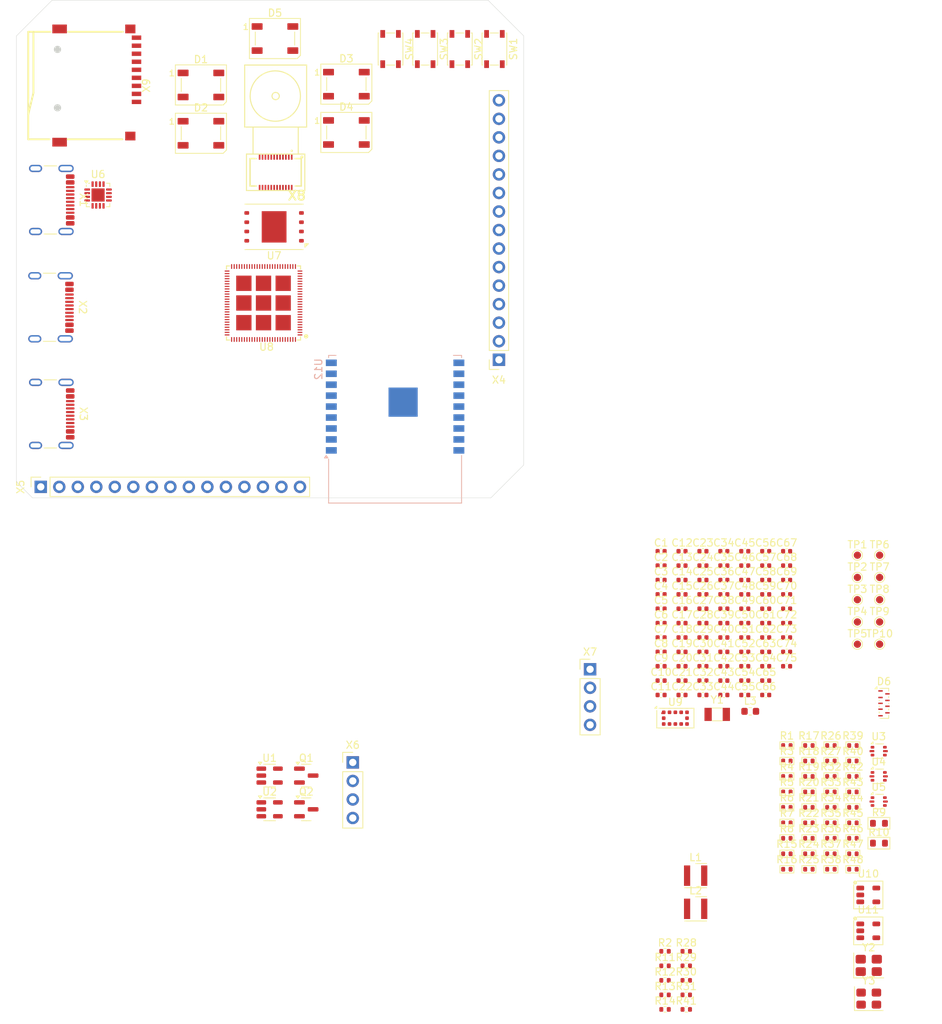
<source format=kicad_pcb>
(kicad_pcb (version 20241229) (generator "pcbnew") (generator_version "9.0")
  (layers (0 "F.Cu" signal) (2 "B.Cu" signal) (13 "F.Paste" user) (15 "B.Paste" user) (5 "F.SilkS" user "F.Silkscreen") (7 "B.SilkS" user "B.Silkscreen") (1 "F.Mask" user) (3 "B.Mask" user) (25 "Edge.Cuts" user))
  (net 0 "")
  (net 1 "+5V")
  (net 2 "Net-(C3-Pad1)")
  (net 3 "5V_TTL")
  (net 4 "5V_HS")
  (net 5 "+3.3V")
  (net 6 "ESP_VDD_HP")
  (net 7 "XTAL_40_O")
  (net 8 "XTAL_40_I")
  (net 9 "XTAL_32_O")
  (net 10 "Net-(U6-V3_{OUT})")
  (net 11 "XTAL_32_I")
  (net 12 "VDDPST")
  (net 13 "Net-(U8-VFB{slash}VO4)")
  (net 14 "VDDMIPI")
  (net 15 "Net-(U8-VFB{slash}VO1)")
  (net 16 "Net-(C65-Pad1)")
  (net 17 "WIFI_EN")
  (net 18 "Net-(D1-DIN)")
  (net 19 "Net-(D1-DOUT)")
  (net 20 "Net-(D2-DOUT)")
  (net 21 "Net-(D3-DOUT)")
  (net 22 "Net-(D4-DOUT)")
  (net 24 "/SD_CLK")
  (net 25 "/SD_CMD")
  (net 26 "/SD_DATA2")
  (net 27 "/SD_DATA0")
  (net 28 "/SD_DATA1")
  (net 29 "Net-(D6-K2)")
  (net 30 "/SD_DATA3")
  (net 31 "Net-(U1-SW)")
  (net 32 "Net-(U2-SW)")
  (net 33 "Net-(Q1-B)")
  (net 34 "!RST")
  (net 35 "!RTS")
  (net 36 "!DTR")
  (net 37 "GPIO35_BOOTMODE")
  (net 38 "Net-(Q2-B)")
  (net 39 "Net-(U1-EN)")
  (net 40 "Net-(X1-CC1)")
  (net 41 "Net-(X1-CC2)")
  (net 42 "Net-(X2-CC1)")
  (net 43 "Net-(X2-CC2)")
  (net 44 "Net-(X3-CC1)")
  (net 45 "Net-(X3-CC2)")
  (net 46 "Net-(U1-FB)")
  (net 47 "DCDC_FB")
  (net 48 "GPIO36_BOOTMODE")
  (net 49 "ESP_RX0")
  (net 50 "Net-(U6-TXD)")
  (net 51 "Net-(U6-RXD)")
  (net 52 "ESP_TX0")
  (net 53 "Net-(U7-~{CS})")
  (net 54 "Net-(U8-CSI_REXT)")
  (net 55 "I2C_SDA")
  (net 56 "I2C_SCL")
  (net 57 "ToF_GPIO1")
  (net 58 "XSHUT")
  (net 59 "WS2812_DATA")
  (net 60 "Net-(U10-ADJ)")
  (net 61 "Net-(U11-ADJ)")
  (net 62 "UART_2_TX")
  (net 63 "WIFI_TX")
  (net 64 "UART_2_RX")
  (net 65 "WIFI_RX")
  (net 66 "Net-(R41-Pad2)")
  (net 67 "Net-(X6-Pin_2)")
  (net 68 "Net-(X6-Pin_3)")
  (net 69 "UART_1_TX")
  (net 70 "Net-(X7-Pin_2)")
  (net 71 "Net-(X7-Pin_3)")
  (net 72 "UART_1_RX")
  (net 73 "WIFI_BOOT")
  (net 74 "GPIO34_BOOTMODE")
  (net 75 "Net-(U8-GPIO2)")
  (net 76 "Net-(U8-GPIO3)")
  (net 77 "Net-(U8-GPIO4)")
  (net 78 "Net-(U8-GPIO5)")
  (net 79 "EN_DCDC")
  (net 80 "USB_TTL+")
  (net 81 "USB_ESD_TTL-")
  (net 82 "USB_ESD_TTL+")
  (net 83 "USB_TTL-")
  (net 84 "USB_HS-")
  (net 85 "USB_ESD_HS+")
  (net 86 "USB_HS+")
  (net 87 "USB_ESD_HS-")
  (net 88 "USB_ESD_FS-")
  (net 89 "USB_FS+")
  (net 90 "USB_ESD_FS+")
  (net 91 "USB_FS-")
  (net 97 "Net-(U7-SO{slash}IO1)")
  (net 98 "Net-(U7-~{WP}{slash}IO2)")
  (net 99 "Net-(U7-~{HOLD}{slash}~{RESET}{slash}IO3)")
  (net 100 "Net-(U7-SI{slash}IO0)")
  (net 101 "Net-(U7-SCLK)")
  (net 102 "/GPIO14")
  (net 103 "/GPIO15")
  (net 105 "/GPIO20")
  (net 107 "CAM_EN")
  (net 108 "/GPIO12")
  (net 109 "/GPIO23")
  (net 111 "/GPIO8")
  (net 114 "/GPIO6")
  (net 115 "CAM_D1_N")
  (net 116 "/GPIO52")
  (net 117 "/GPIO54")
  (net 118 "CAM_CLK_P")
  (net 119 "/GPIO30")
  (net 120 "/GPIO13")
  (net 121 "/GPIO51")
  (net 122 "CAM_CLK_N")
  (net 123 "CAM_D0_N")
  (net 124 "CAM_D1_P")
  (net 125 "/GPIO11")
  (net 126 "/GPIO42")
  (net 127 "CAM_D0_P")
  (net 128 "/GPIO7")
  (net 130 "/GPIO41")
  (net 131 "Earth")
  (net 132 "+1.5V")
  (net 133 "/GPIO44")
  (net 134 "+2.8V")
  (net 135 "/GPIO32")
  (net 136 "XCLK")
  (net 137 "/GPIO33")
  (net 138 "/GPIO31")
  (net 141 "/GPIO43")
  (net 144 "/GPIO40")
  (net 145 "/GPIO10")
  (net 146 "/GPIO9")
  (net 147 "/GPIO39")
  (net 148 "/GPIO53")
  (footprint "Package_DFN_QFN:UDFN-9_1.0x3.8mm_P0.5mm" (layer "F.Cu") (at 210.32 127.17)
    (property "Reference" "D6")
    (property "Value" "RCLAMP3328P")
  )
  (footprint "Capacitor_SMD:C_0402_1005Metric" (layer "F.Cu") (at 185.485 112.235)
    (property "Reference" "C26")
    (property "Value" "100nF")
  )
  (footprint "TestPoint:TestPoint_Pad_D1.0mm" (layer "F.Cu") (at 209.725 109.915)
    (property "Reference" "TP7")
    (property "Value" "TestPoint")
  )
  (footprint "Sensor_Distance:ST_VL53L1x" (layer "F.Cu") (at 181.7 129.2)
    (property "Reference" "U9")
    (property "Value" "VL53L0CXV0DH1")
  )
  (footprint "PCM_Resistor_SMD_AKL:R_0402_1005Metric" (layer "F.Cu") (at 206.06 149.91)
    (property "Reference" "R48")
    (property "Value" "10K" (hide yes))
  )
  (footprint "Package_TO_SOT_SMD:SOT-666" (layer "F.Cu") (at 209.595 133.72)
    (property "Reference" "U3")
    (property "Value" "USBLC6-2P6")
  )
  (footprint "Button_Switch_SMD:SW_SPST_PTS810" (layer "F.Cu") (at 156.877381 37.494695 -90)
    (property "Reference" "SW1")
    (property "Value" "KMR221GLFS")
  )
  (footprint "Resistor_SMD:R_0402_1005Metric" (layer "F.Cu") (at 183.195 165.135)
    (property "Reference" "R30")
    (property "Value" "30K")
  )
  (footprint "TestPoint:TestPoint_Pad_D1.0mm" (layer "F.Cu") (at 206.675 112.965)
    (property "Reference" "TP3")
    (property "Value" "TestPoint")
  )
  (footprint "Resistor_SMD:R_0402_1005Metric" (layer "F.Cu") (at 183.195 167.125)
    (property "Reference" "R31")
    (property "Value" "10K")
  )
  (footprint "PCM_Resistor_SMD_AKL:R_0402_1005Metric" (layer "F.Cu") (at 203.04 132.95)
    (property "Reference" "R26")
    (property "Value" "10K" (hide yes))
  )
  (footprint "Capacitor_SMD:C_0402_1005Metric" (layer "F.Cu") (at 194.095 114.205)
    (property "Reference" "C60")
    (property "Value" "10uF")
  )
  (footprint "Capacitor_SMD:C_0402_1005Metric" (layer "F.Cu") (at 179.745 118.145)
    (property "Reference" "C7")
    (property "Value" "22uF")
  )
  (footprint "Capacitor_SMD:C_0402_1005Metric" (layer "F.Cu") (at 185.485 118.145)
    (property "Reference" "C29")
    (property "Value" "100nF")
  )
  (footprint "Capacitor_SMD:C_0402_1005Metric" (layer "F.Cu") (at 182.615 122.085)
    (property "Reference" "C20")
    (property "Value" "22pF")
  )
  (footprint "Package_DFN_QFN:WCH_QFN-16-1EP_3x3mm_P0.5mm_EP1.8x1.8mm" (layer "F.Cu") (at 102.5 57.5)
    (property "Reference" "U6")
    (property "Value" "CH343P")
  )
  (footprint "Capacitor_SMD:C_0402_1005Metric" (layer "F.Cu") (at 196.965 118.145)
    (property "Reference" "C73")
    (property "Value" "0.1uF")
  )
  (footprint "ESP32-P4NRW32:ESP32-P4NRW32" (layer "F.Cu") (at 125.2 72.3 180)
    (property "Reference" "U8")
    (property "Value" "ESP32-P4NRW32")
  )
  (footprint "Capacitor_SMD:C_0402_1005Metric" (layer "F.Cu") (at 185.485 120.115)
    (property "Reference" "C30")
    (property "Value" "1uF")
  )
  (footprint "Resistor_SMD:R_0402_1005Metric" (layer "F.Cu") (at 180.285 167.125)
    (property "Reference" "R13")
    (property "Value" "499K")
  )
  (footprint "TestPoint:TestPoint_Pad_D1.0mm" (layer "F.Cu") (at 209.725 119.065)
    (property "Reference" "TP10")
    (property "Value" "TestPoint")
  )
  (footprint "Capacitor_SMD:C_0402_1005Metric" (layer "F.Cu") (at 182.615 124.055)
    (property "Reference" "C21")
    (property "Value" "100nF")
  )
  (footprint "Resistor_SMD:R_0402_1005Metric" (layer "F.Cu") (at 180.285 163.145)
    (property "Reference" "R11")
    (property "Value" "100K")
  )
  (footprint "PCM_Resistor_SMD_AKL:R_0402_1005Metric" (layer "F.Cu") (at 206.06 143.55)
    (property "Reference" "R45")
    (property "Value" "100R" (hide yes))
  )
  (footprint "Connector_USB:USB_C_Receptacle_GCT_USB4105-xx-A_16P_TopMnt_Horizontal" (layer "F.Cu") (at 95 58.18 -90)
    (property "Reference" "X1")
    (property "Value" "USB_C_Receptacle_USB2.0_16P")
  )
  (footprint "Capacitor_SMD:C_0402_1005Metric" (layer "F.Cu") (at 188.355 122.085)
    (property "Reference" "C42")
    (property "Value" "10uF")
  )
  (footprint "PCM_Resistor_SMD_AKL:R_0402_1005Metric" (layer "F.Cu") (at 206.06 132.95)
    (property "Reference" "R39")
    (property "Value" "51K" (hide yes))
  )
  (footprint "Inductor_SMD_Wurth:L_Wurth_WE-LQSH-3012" (layer "F.Cu") (at 184.485 150.785)
    (property "Reference" "L1")
    (property "Value" "LQW18ANR10G00D")
  )
  (footprint "TestPoint:TestPoint_Pad_D1.0mm" (layer "F.Cu") (at 206.675 109.915)
    (property "Reference" "TP2")
    (property "Value" "TestPoint")
  )
  (footprint "PCM_Resistor_SMD_AKL:R_0402_1005Metric" (layer "F.Cu") (at 197 139.31)
    (property "Reference" "R5")
    (property "Value" "5.1K" (hide yes))
  )
  (footprint "Capacitor_SMD:C_0402_1005Metric" (layer "F.Cu") (at 196.965 112.235)
    (property "Reference" "C70")
    (property "Value" "0.1uF")
  )
  (footprint "Capacitor_SMD:C_0402_1005Metric" (layer "F.Cu") (at 196.965 120.115)
    (property "Reference" "C74")
    (property "Value" "0.1uF")
  )
  (footprint "Capacitor_SMD:C_0402_1005Metric" (layer "F.Cu") (at 179.745 116.175)
    (property "Reference" "C6")
    (property "Value" "10uF")
  )
  (footprint "PCM_Resistor_SMD_AKL:R_0402_1005Metric" (layer "F.Cu") (at 197 141.43)
    (property "Reference" "R6")
    (property "Value" "5.1K" (hide yes))
  )
  (footprint "Capacitor_SMD:C_0402_1005Metric" (layer "F.Cu") (at 188.355 108.295)
    (property "Reference" "C35")
    (property "Value" "1uF")
  )
  (footprint "Capacitor_SMD:C_0402_1005Metric" (layer "F.Cu") (at 191.225 110.265)
    (property "Reference" "C47")
    (property "Value" "10uF")
  )
  (footprint "PCM_Resistor_SMD_AKL:R_0402_1005Metric" (layer "F.Cu") (at 206.06 139.31)
    (property "Reference" "R43")
    (property "Value" "0R" (hide yes))
  )
  (footprint "Package_TO_SOT_SMD:SOT-23" (layer "F.Cu") (at 131.065 141.695)
    (property "Reference" "Q2")
    (property "Value" "SS8050")
  )
  (footprint "PCM_Resistor_SMD_AKL:R_0402_1005Metric" (layer "F.Cu") (at 197 147.79)
    (property "Reference" "R15")
    (property "Value" "10K" (hide yes))
  )
  (footprint "PCM_Resistor_SMD_AKL:R_0402_1005Metric" (layer "F.Cu") (at 203.04 137.19)
    (property "Reference" "R32")
    (property "Value" "100R" (hide yes))
  )
  (footprint "Capacitor_SMD:C_0402_1005Metric" (layer "F.Cu") (at 182.615 114.205)
    (property "Reference" "C16")
    (property "Value" "1uF")
  )
  (footprint "PCM_Resistor_SMD_AKL:R_0402_1005Metric" (layer "F.Cu") (at 206.06 137.19)
    (property "Reference" "R42")
    (property "Value" "51K" (hide yes))
  )
  (footprint "Capacitor_SMD:C_0402_1005Metric" (layer "F.Cu") (at 179.745 106.325)
    (property "Reference" "C1")
    (property "Value" "10uF")
  )
  (footprint "Capacitor_SMD:C_0402_1005Metric" (layer "F.Cu") (at 191.225 106.325)
    (property "Reference" "C45")
    (property "Value" "4.7uF")
  )
  (footprint "Capacitor_SMD:C_0402_1005Metric" (layer "F.Cu") (at 185.485 114.205)
    (property "Reference" "C27")
    (property "Value" "100nF")
  )
  (footprint "PCM_Resistor_SMD_AKL:R_0402_1005Metric" (layer "F.Cu") (at 203.04 145.67)
    (property "Reference" "R36")
    (property "Value" "5.1K" (hide yes))
  )
  (footprint "Resistor_SMD:R_0402_1005Metric" (layer "F.Cu") (at 183.195 163.145)
    (property "Reference" "R29")
    (property "Value" "11.3K")
  )
  (footprint "Capacitor_SMD:C_0402_1005Metric" (layer "F.Cu") (at 196.965 110.265)
    (property "Reference" "C69")
    (property "Value" "0.1uF")
  )
  (footprint "Capacitor_SMD:C_0402_1005Metric" (layer "F.Cu") (at 194.095 122.085)
    (property "Reference" "C64")
    (property "Value" "100nF")
  )
  (footprint "Capacitor_SMD:C_0402_1005Metric" (layer "F.Cu") (at 196.965 106.325)
    (property "Reference" "C67")
    (property "Value" "1uF")
  )
  (footprint "Capacitor_SMD:C_0402_1005Metric" (layer "F.Cu") (at 185.485 126.025)
    (property "Reference" "C33")
    (property "Value" "1uF")
  )
  (footprint "PCM_Resistor_SMD_AKL:R_0402_1005Metric" (layer "F.Cu") (at 206.06 135.07)
    (property "Reference" "R40")
    (property "Value" "51K" (hide yes))
  )
  (footprint "Connector_PinSocket_2.54mm:PinSocket_1x15_P2.54mm_Vertical" (layer "F.Cu") (at 94.64 97.5 90)
    (property "Reference" "X5")
    (property "Value" "Conn_01x15_Pin")
  )
  (footprint "Capacitor_SMD:C_0402_1005Metric" (layer "F.Cu") (at 182.615 112.235)
    (property "Reference" "C15")
    (property "Value" "22pF")
  )
  (footprint "PCM_Resistor_SMD_AKL:R_0402_1005Metric" (layer "F.Cu") (at 200.02 145.67)
    (property "Reference" "R23")
    (property "Value" "2K" (hide yes))
  )
  (footprint "Capacitor_SMD:C_0402_1005Metric" (layer "F.Cu") (at 179.745 108.295)
    (property "Reference" "C2")
    (property "Value" "10uF")
  )
  (footprint "Package_TO_SOT_SMD:SOT-23-5" (layer "F.Cu") (at 126.035 137.07)
    (property "Reference" "U1")
    (property "Value" "TLV62569DBV")
  )
  (footprint "LED_SMD:LED_WS2812B_PLCC4_5.0x5.0mm_P3.2mm" (layer "F.Cu") (at 116.614049 42.418915)
    (property "Reference" "D1")
    (property "Value" "WS2812B")
  )
  (footprint "Capacitor_SMD:C_0402_1005Metric" (layer "F.Cu") (at 191.225 116.175)
    (property "Reference" "C50")
    (property "Value" "100nF")
  )
  (footprint "PCM_Resistor_SMD_AKL:R_0402_1005Metric" (layer "F.Cu") (at 203.04 149.91)
    (property "Reference" "R38")
    (property "Value" "51K" (hide yes))
  )
  (footprint "Connector_USB:USB_C_Receptacle_GCT_USB4105-xx-A_16P_TopMnt_Horizontal" (layer "F.Cu") (at 95 87.5 -90)
    (property "Reference" "X3")
    (property "Value" "USB_C_Receptacle_USB2.0_16P")
  )
  (footprint "Capacitor_SMD:C_0402_1005Metric" (layer "F.Cu") (at 188.355 110.265)
    (property "Reference" "C36")
    (property "Value" "10nF")
  )
  (footprint "Capacitor_SMD:C_0402_1005Metric" (layer "F.Cu") (at 196.965 116.175)
    (property "Reference" "C72")
    (property "Value" "0.1uF")
  )
  (footprint "Capacitor_SMD:C_0402_1005Metric" (layer "F.Cu") (at 194.095 116.175)
    (property "Reference" "C61")
    (property "Value" "10uF")
  )
  (footprint "LED_SMD:LED_WS2812B_PLCC4_5.0x5.0mm_P3.2mm" (layer "F.Cu") (at 126.769746 36.057004)
    (property "Reference" "D5")
    (property "Value" "WS2812B")
  )
  (footprint "Capacitor_SMD:C_0402_1005Metric" (layer "F.Cu") (at 196.965 122.085)
    (property "Reference" "C75")
    (property "Value" "100nF")
  )
  (footprint "LED_SMD:LED_WS2812B_PLCC4_5.0x5.0mm_P3.2mm" (layer "F.Cu") (at 116.614049 49.038915)
    (property "Reference" "D2")
    (property "Value" "WS2812B")
  )
  (footprint "Capacitor_SMD:C_0402_1005Metric" (layer "F.Cu") (at 185.485 106.325)
    (property "Reference" "C23")
    (property "Value" "100nF")
  )
  (footprint "PCM_Resistor_SMD_AKL:R_0402_1005Metric" (layer "F.Cu") (at 203.04 147.79)
    (property "Reference" "R37")
    (property "Value" "5.1K" (hide yes))
  )
  (footprint "Capacitor_SMD:C_0402_1005Metric" (layer "F.Cu") (at 188.355 116.175)
    (property "Reference" "C39")
    (property "Value" "1uF")
  )
  (footprint "PCM_Resistor_SMD_AKL:R_0402_1005Metric" (layer "F.Cu") (at 200.02 143.55)
    (property "Reference" "R22")
    (property "Value" "12K" (hide yes))
  )
  (footprint "Package_TO_SOT_SMD:SOT-666" (layer "F.Cu") (at 209.595 140.63)
    (property "Reference" "U5")
    (property "Value" "USBLC6-2P6")
  )
  (footprint "Capacitor_SMD:C_0402_1005Metric" (layer "F.Cu") (at 191.225 118.145)
    (property "Reference" "C51")
    (property "Value" "100nF")
  )
  (footprint "Capacitor_SMD:C_0402_1005Metric" (layer "F.Cu") (at 194.095 118.145)
    (property "Reference" "C62")
    (property "Value" "10uF")
  )
  (footprint "TF-01A:TF-01A" (layer "F.Cu") (at 102.5 42.5 -90)
    (property "Reference" "X9")
    (property "Value" "TF-01A")
    (fp_poly (pts (xy -4.454278 5.500737) (xy -4.48806 5.374658) (xy -4.553323 5.261619) (xy -4.645619 5.169323) (xy -4.758658 5.10406) (xy -4.884737 5.070278) (xy -5.015263 5.070278) (xy -5.141342 5.10406) (xy -5.254381 5.169323) (xy -5.346677 5.261619) (xy -5.41194 5.374658) (xy -5.445722 5.500737) (xy -5.445722 5.631263) (xy -5.41194 5.757342) (xy -5.346677 5.870381) (xy -5.254381 5.962677) (xy -5.141342 6.02794) (xy -5.015263 6.061722) (xy -4.884737 6.061722) (xy -4.758658 6.02794) (xy -4.645619 5.962677) (xy -4.553323 5.870381) (xy -4.48806 5.757342) (xy -4.454278 5.631263)) (fill yes) (layer "Edge.Cuts"))
    (fp_poly (pts (xy 3.545722 5.500737) (xy 3.51194 5.374658) (xy 3.446677 5.261619) (xy 3.354381 5.169323) (xy 3.241342 5.10406) (xy 3.115263 5.070278) (xy 2.984737 5.070278) (xy 2.858658 5.10406) (xy 2.745619 5.169323) (xy 2.653323 5.261619) (xy 2.58806 5.374658) (xy 2.554278 5.500737) (xy 2.554278 5.631263) (xy 2.58806 5.757342) (xy 2.653323 5.870381) (xy 2.745619 5.962677) (xy 2.858658 6.02794) (xy 2.984737 6.061722) (xy 3.115263 6.061722) (xy 3.241342 6.02794) (xy 3.354381 5.962677) (xy 3.446677 5.870381) (xy 3.51194 5.757342) (xy 3.545722 5.631263)) (fill yes) (layer "Edge.Cuts"))
  )
  (footprint "PCM_Resistor_SMD_AKL:R_0402_1005Metric" (layer "F.Cu") (at 200.02 149.91)
    (property "Reference" "R25")
    (property "Value" "10K" (hide yes))
  )
  (footprint "TestPoint:TestPoint_Pad_D1.0mm" (layer "F.Cu") (at 209.725 106.865)
    (property "Reference" "TP6")
    (property "Value" "TestPoint")
  )
  (footprint "Capacitor_SMD:C_0402_1005Metric" (layer "F.Cu") (at 182.615 116.175)
    (property "Reference" "C17")
    (property "Value" "100nF")
  )
  (footprint "Capacitor_SMD:C_0402_1005Metric" (layer "F.Cu") (at 182.615 126.025)
    (property "Reference" "C22")
    (property "Value" "100nF")
  )
  (footprint "Capacitor_SMD:C_0402_1005Metric" (layer "F.Cu") (at 179.745 122.085)
    (property "Reference" "C9")
    (property "Value" "10uF")
  )
  (footprint "Capacitor_SMD:C_0402_1005Metric" (layer "F.Cu") (at 179.745 124.055)
    (property "Reference" "C10")
    (property "Value" "100nF")
  )
  (footprint "PCM_Resistor_SMD_AKL:R_0402_1005Metric" (layer "F.Cu") (at 200.02 137.19)
    (property "Reference" "R19")
    (property "Value" "10K" (hide yes))
  )
  (footprint "TestPoint:TestPoint_Pad_D1.0mm" (layer "F.Cu") (at 209.725 112.965)
    (property "Reference" "TP8")
    (property "Value" "TestPoint")
  )
  (footprint "Capacitor_SMD:C_0402_1005Metric" (layer "F.Cu") (at 179.745 112.235)
    (property "Reference" "C4")
    (property "Value" "10uF")
  )
  (footprint "Capacitor_SMD:C_0402_1005Metric" (layer "F.Cu") (at 182.615 118.145)
    (property "Reference" "C18")
    (property "Value" "10uF")
  )
  (footprint "Capacitor_SMD:C_0402_1005Metric" (layer "F.Cu") (at 182.615 110.265)
    (property "Reference" "C14")
    (property "Value" "22pF")
  )
  (footprint "Capacitor_SMD:C_0402_1005Metric" (layer "F.Cu") (at 194.095 126.025)
    (property "Reference" "C66")
    (property "Value" "1uF")
  )
  (footprint "Capacitor_SMD:C_0402_1005Metric" (layer "F.Cu") (at 182.615 120.115)
    (property "Reference" "C19")
    (property "Value" "10uF")
  )
  (footprint "Button_Switch_SMD:SW_SPST_PTS810" (layer "F.Cu") (at 152.127381 37.494695 -90)
    (property "Reference" "SW2")
    (property "Value" "KMR221GLFS")
  )
  (footprint "TestPoint:TestPoint_Pad_D1.0mm" (layer "F.Cu") (at 206.675 116.015)
    (property "Reference" "TP4")
    (property "Value" "TestPoint")
  )
  (footprint "Capacitor_SMD:C_0402_1005Metric" (layer "F.Cu") (at 196.965 114.205)
    (property "Reference" "C71")
    (property "Value" "100nF")
  )
  (footprint "Package_TO_SOT_SMD:SOT-666" (layer "F.Cu") (at 209.595 137.175)
    (property "Reference" "U4")
    (property "Value" "USBLC6-2P6")
  )
  (footprint "Capacitor_SMD:C_0402_1005Metric" (layer "F.Cu") (at 194.095 106.325)
    (property "Reference" "C56")
    (property "Value" "100nF")
  )
  (footprint "Resistor_SMD:R_0402_1005Metric" (layer "F.Cu") (at 180.285 169.115)
    (property "Reference" "R14")
    (property "Value" "499K")
  )
  (footprint "Connector_PinHeader_2.54mm:PinHeader_1x04_P2.54mm_Vertical" (layer "F.Cu") (at 137.445 135.265)
    (property "Reference" "X6")
    (property "Value" "Conn_01x04_Pin")
  )
  (footprint "Capacitor_SMD:C_0402_1005Metric" (layer "F.Cu") (at 194.095 124.055)
    (property "Reference" "C65")
    (property "Value" "1uF")
  )
  (footprint "PCM_Resistor_SMD_AKL:R_0402_1005Metric" (layer "F.Cu") (at 197 149.91)
    (property "Reference" "R16")
    (property "Value" "10K" (hide yes))
  )
  (footprint "PCM_Resistor_SMD_AKL:R_0402_1005Metric" (layer "F.Cu") (at 197 135.07)
    (property "Reference" "R3")
    (property "Value" "5.1K" (hide yes))
  )
  (footprint "Capacitor_SMD:C_0402_1005Metric" (layer "F.Cu") (at 196.965 108.295)
    (property "Reference" "C68")
    (property "Value" "0.1uF")
  )
  (footprint "Connector_USB:USB_C_Receptacle_GCT_USB4105-xx-A_16P_TopMnt_Horizontal" (layer "F.Cu") (at 94.895 72.89 -90)
    (property "Reference" "X2")
    (property "Value" "USB_C_Receptacle_USB2.0_16P")
  )
  (footprint "PCM_Resistor_SMD_AKL:R_0402_1005Metric" (layer "F.Cu") (at 203.04 143.55)
    (property "Reference" "R35")
    (property "Value" "51K" (hide yes))
  )
  (footprint "Capacitor_SMD:C_0402_1005Metric" (layer "F.Cu") (at 185.485 124.055)
    (property "Reference" "C32")
    (property "Value" "100nF")
  )
  (footprint "Resistor_SMD:R_0402_1005Metric" (layer "F.Cu") (at 180.285 161.155)
    (property "Reference" "R2")
    (property "Value" "10K")
  )
  (footprint "PCM_Resistor_SMD_AKL:R_0402_1005Metric" (layer "F.Cu") (at 200.02 141.43)
    (property "Reference" "R21")
    (property "Value" "12K" (hide yes))
  )
  (footprint "Capacitor_SMD:C_0402_1005Metric" (layer "F.Cu") (at 191.225 112.235)
    (property "Reference" "C48")
    (property "Value" "0.1uF")
  )
  (footprint "Capacitor_SMD:C_0402_1005Metric" (layer "F.Cu") (at 182.615 108.295)
    (property "Reference" "C13")
    (property "Value" "22pF")
  )
  (footprint "PCM_Resistor_SMD_AKL:R_0402_1005Metric" (layer "F.Cu") (at 197 143.55)
    (property "Reference" "R7")
    (property "Value" "5.1K" (hide yes))
  )
  (footprint "PCM_Resistor_SMD_AKL:R_0402_1005Metric" (layer "F.Cu") (at 200.02 147.79)
    (property "Reference" "R24")
    (property "Value" "2K" (hide yes))
  )
  (footprint "PCM_Resistor_SMD_AKL:R_0402_1005Metric" (layer "F.Cu") (at 197 132.95)
    (property "Reference" "R1")
    (property "Value" "10K" (hide yes))
  )
  (footprint "Capacitor_SMD:C_0402_1005Metric" (layer "F.Cu") (at 179.745 114.205)
    (property "Reference" "C5")
    (property "Value" "10uF")
  )
  (footprint "PCM_Resistor_SMD_AKL:R_0402_1005Metric" (layer "F.Cu") (at 200.02 132.95)
    (property "Reference" "R17")
    (property "Value" "470R" (hide yes))
  )
  (footprint "Capacitor_SMD:C_0402_1005Metric" (layer "F.Cu") (at 194.095 112.235)
    (property "Reference" "C59")
    (property "Value" "1uF")
  )
  (footprint "Capacitor_SMD:C_0402_1005Metric" (layer "F.Cu") (at 185.485 110.265)
    (property "Reference" "C25")
    (property "Value" "100nF")
  )
  (footprint "LED_SMD:LED_WS2812B_PLCC4_5.0x5.0mm_P3.2mm" (layer "F.Cu") (at 136.564049 48.928915)
    (property "Reference" "D4")
    (property "Value" "WS2812B")
  )
  (footprint "Capacitor_SMD:C_0402_1005Metric" (layer "F.Cu") (at 188.355 114.205)
    (property "Reference" "C38")
    (property "Value" "100nF")
  )
  (footprint "Capacitor_SMD:C_0402_1005Metric" (layer "F.Cu") (at 179.745 126.025)
    (property "Reference" "C11")
    (property "Value" "100nF")
  )
  (footprint "Connector_PinSocket_2.54mm:PinSocket_1x15_P2.54mm_Vertical" (layer "F.Cu") (at 157.5 80.08 180)
    (property "Reference" "X4")
    (property "Value" "Conn_01x15_Pin")
  )
  (footprint "PCM_Resistor_SMD_AKL:R_0402_1005Metric" (layer "F.Cu") (at 200.02 139.31)
    (property "Reference" "R20")
    (property "Value" "4.02K" (hide yes))
  )
  (footprint "TestPoint:TestPoint_Pad_D1.0mm" (layer "F.Cu") (at 209.725 116.015)
    (property "Reference" "TP9")
    (property "Value" "TestPoint")
  )
  (footprint "Capacitor_SMD:C_0402_1005Metric" (layer "F.Cu") (at 191.225 122.085)
    (property "Reference" "C53")
    (property "Value" "100nF")
  )
  (footprint "Inductor_SMD_Wurth:L_Wurth_WE-LQSH-3012" (layer "F.Cu") (at 184.485 155.335)
    (property "Reference" "L2")
    (property "Value" "LQW18ANR10G00D")
  )
  (footprint "Capacitor_SMD:C_0402_1005Metric" (layer "F.Cu") (at 185.485 108.295)
    (property "Reference" "C24")
    (property "Value" "100nF")
  )
  (footprint "PCM_Package_TO_SOT_SMD_AKL:SOT-23-5" (layer "F.Cu") (at 208.17 158.35)
    (property "Reference" "U11")
    (property "Value" "AP2127K-ADJTRG1" (hide yes))
  )
  (footprint "TestPoint:TestPoint_Pad_D1.0mm" (layer "F.Cu") (at 206.675 106.865)
    (property "Reference" "TP1")
    (property "Value" "TestPoint")
  )
  (footprint "Capacitor_SMD:C_0402_1005Metric" (layer "F.Cu") (at 182.615 106.325)
    (property "Reference" "C12")
    (property "Value" "10uF")
  )
  (footprint "Crystal:Crystal_SMD_3215-2Pin_3.2x1.5mm" (layer "F.Cu") (at 187.445 128.685)
    (property "Reference" "Y1")
    (property "Value" "XKXGI-SUA-32.768K")
  )
  (footprint "PCM_Resistor_SMD_AKL:R_0402_1005Metric" (layer "F.Cu") (at 206.06 145.67)
    (property "Reference" "R46")
    (property "Value" "100R" (hide yes))
  )
  (footprint "PCM_Resistor_SMD_AKL:R_0402_1005Metric" (layer "F.Cu") (at 197 145.67)
    (property "Reference" "R8")
    (property "Value" "5.1K" (hide yes))
  )
  (footprint "Capacitor_SMD:C_0402_1005Metric" (layer "F.Cu") (at 188.355 124.055)
    (property "Reference" "C43")
    (property "Value" "1uF")
  )
  (footprint "PCM_Resistor_SMD_AKL:R_0402_1005Metric" (layer "F.Cu") (at 203.04 135.07)
    (property "Reference" "R27")
    (property "Value" "1K" (hide yes))
  )
  (footprint "Capacitor_SMD:C_0402_1005Metric" (layer "F.Cu") (at 191.225 108.295)
    (property "Reference" "C46")
    (property "Value" "10uF")
  )
  (footprint "Capacitor_SMD:C_0402_1005Metric" (layer "F.Cu") (at 191.225 120.115)
    (property "Reference" "C52")
    (property "Value" "100nF")
  )
  (footprint "PCM_Resistor_SMD_AKL:R_0603_1608Metric" (layer "F.Cu") (at 209.63 143.61)
    (property "Reference" "R9")
    (property "Value" "0R" (hide yes))
  )
  (footprint "Package_TO_SOT_SMD:SOT-23-5" (layer "F.Cu") (at 126.035 141.695)
    (property "Reference" "U2")
    (property "Value" "TLV62569DBV")
  )
  (footprint "PCM_Resistor_SMD_AKL:R_0402_1005Metric" (layer "F.Cu") (at 206.06 141.43)
    (property "Reference" "R44")
    (property "Value" "0R" (hide yes))
  )
  (footprint "Oscillator:Oscillator_SMD_Abracon_ASE-4Pin_3.2x2.5mm" (layer "F.Cu") (at 208.235 167.635)
    (property "Reference" "Y3")
    (property "Value" "Y322525MNCCZ")
  )
  (footprint "Button_Switch_SMD:SW_SPST_PTS810" (layer "F.Cu") (at 147.377381 37.494695 -90)
    (property "Reference" "SW3")
    (property "Value" "KMR221GLFS")
  )
  (footprint "Capacitor_SMD:C_0402_1005Metric" (layer "F.Cu") (at 188.355 106.325)
    (property "Reference" "C34")
    (property "Value" "100nF")
  )
  (footprint "PCM_Resistor_SMD_AKL:R_0402_1005Metric" (layer "F.Cu") (at 206.06 147.79)
    (property "Reference" "R47")
    (property "Value" "10K" (hide yes))
  )
  (footprint "Crystal:Crystal_SMD_3225-4Pin_3.2x2.5mm" (layer "F.Cu") (at 208.235 163.085)
    (property "Reference" "Y2")
    (property "Value" "XL2EL89CPI-111YLC-40M")
  )
  (footprint "Connector_PinHeader_2.54mm:PinHeader_1x04_P2.54mm_Vertical" (layer "F.Cu") (at 170 122.5)
    (property "Reference" "X7")
    (property "Value" "Conn_01x04_Pin")
  )
  (footprint "Capacitor_SMD:C_0402_1005Metric" (layer "F.Cu") (at 188.355 112.235)
    (property "Reference" "C37")
    (property "Value" "10nF")
  )
  (footprint "Capacitor_SMD:C_0402_1005Metric" (layer "F.Cu") (at 185.485 116.175)
    (property "Reference" "C28")
    (property "Value" "100nF")
  )
  (footprint "Capacitor_SMD:C_0402_1005Metric" (layer "F.Cu") (at 194.095 110.265)
    (property "Reference" "C58")
    (property "Value" "1uF")
  )
  (footprint "Capacitor_SMD:C_0402_1005Metric" (layer "F.Cu") (at 188.355 120.115)
    (property "Reference" "C41")
    (property "Value" "100nF")
  )
  (footprint "Capacitor_SMD:C_0402_1005Metric" (layer "F.Cu") (at 194.095 120.115)
    (property "Reference" "C63")
    (property "Value" "10uF")
  )
  (footprint "PCM_Resistor_SMD_AKL:R_0402_1005Metric" (layer "F.Cu") (at 203.04 139.31)
    (property "Reference" "R33")
    (property "Value" "100R" (hide yes))
  )
  (footprint "Capacitor_SMD:C_0402_1005Metric" (layer "F.Cu") (at 191.225 124.055)
    (property "Reference" "C54")
    (property "Value" "100nF")
  )
  (footprint "Capacitor_SMD:C_0402_1005Metric" (layer "F.Cu") (at 188.355 126.025)
    (property "Reference" "C44")
    (property "Value" "1uF")
  )
  (footprint "Capacitor_SMD:C_0402_1005Metric" (layer "F.Cu") (at 191.225 114.205)
    (property "Reference" "C49")
    (property "Value" "100nF")
  )
  (footprint "Inductor_SMD:L_0603_1608Metric" (layer "F.Cu") (at 191.975 128.265)
    (property "Reference" "L3")
    (property "Value" "LQW18ANR10G00D")
  )
  (footprint "PCM_Resistor_SMD_AKL:R_0402_1005Metric" (layer "F.Cu") (at 203.04 141.43)
    (property "Reference" "R34")
    (property "Value" "51K" (hide yes))
  )
  (footprint "PCM_Package_TO_SOT_SMD_AKL:SOT-23-5" (layer "F.Cu") (at 208.17 153.43)
    (property "Reference" "U10")
    (property "Value" "AP2127K-ADJTRG1" (hide yes))
  )
  (footprint "LED_SMD:LED_WS2812B_PLCC4_5.0x5.0mm_P3.2mm" (layer "F.Cu") (at 136.564049 42.308915)
    (property "Reference" "D3")
    (property "Value" "WS2812B")
  )
  (footprint "TestPoint:TestPoint_Pad_D1.0mm" (layer "F.Cu") (at 206.675 119.065)
    (property "Reference" "TP5")
    (property "Value" "TestPoint")
  )
  (footprint "PCM_Resistor_SMD_AKL:R_0402_1005Metric" (layer "F.Cu") (at 200.02 135.07)
    (property "Reference" "R18")
    (property "Value" "470R" (hide yes))
  )
  (footprint "Capacitor_SMD:C_0402_1005Metric" (layer "F.Cu") (at 191.225 126.025)
    (property "Reference" "C55")
    (property "Value" "10uF")
  )
  (footprint "Package_SON:WSON-8-1EP_8x6mm_P1.27mm_EP3.4x4.3mm" (layer "F.Cu") (at 126.65 61.865 180)
    (property "Reference" "U7")
    (property "Value" "GD25Q256EYIGR")
  )
  (footprint "PCM_Resistor_SMD_AKL:R_0402_1005Metric" (layer "F.Cu") (at 197 137.19)
    (property "Reference" "R4")
    (property "Value" "5.1K" (hide yes))
  )
  (footprint "Resistor_SMD:R_0402_1005Metric" (layer "F.Cu") (at 183.195 161.155)
    (property "Reference" "R28")
    (property "Value" "12K")
  )
  (footprint "Resistor_SMD:R_0402_1005Metric" (layer "F.Cu") (at 180.285 165.135)
    (property "Reference" "R12")
    (property "Value" "22.1K")
  )
  (footprint "Capacitor_SMD:C_0402_1005Metric" (layer "F.Cu") (at 188.355 118.145)
    (property "Reference" "C40")
    (property "Value" "100nF")
  )
  (footprint "Capacitor_SMD:C_0402_1005Metric" (layer "F.Cu") (at 179.745 120.115)
    (property "Reference" "C8")
    (property "Value" "22uF")
  )
  (footprint "DF30FC-24DS-0.4V(81):DF30FC-24DS-0.4V(81)" (layer "F.Cu") (at 126.864049 54.388915 180)
    (property "Reference" "X8")
    (property "Value" "DF30FC-24DS-0.4V_81_" (hide yes))
  )
  (footprint "Capacitor_SMD:C_0402_1005Metric" (layer "F.Cu") (at 179.745 110.265)
    (property "Reference" "C3")
    (property "Value" "100nF")
  )
  (footprint "PCM_Resistor_SMD_AKL:R_0603_1608Metric" (layer "F.Cu") (at 209.63 146.33)
    (property "Reference" "R10")
    (property "Value" "0R" (hide yes))
  )
  (footprint "Capacitor_SMD:C_0402_1005Metric" (layer "F.Cu") (at 185.485 122.085)
    (property "Reference" "C31")
    (property "Value" "100nF")
  )
  (footprint "Package_TO_SOT_SMD:SOT-23" (layer "F.Cu") (at 131.065 137.07)
    (property "Reference" "Q1")
    (property "Value" "SS8050")
  )
  (footprint "Capacitor_SMD:C_0402_1005Metric" (layer "F.Cu") (at 194.095 108.295)
    (property "Reference" "C57")
    (property "Value" "100nF")
  )
  (footprint "Button_Switch_SMD:SW_SPST_PTS810" (layer "F.Cu") (at 142.627381 37.494695 -90)
    (property "Reference" "SW4")
    (property "Value" "KMR221GLFS")
  )
  (footprint "Resistor_SMD:R_0402_1005Metric" (layer "F.Cu") (at 183.195 169.115)
    (property "Reference" "R41")
    (property "Value" "10K")
  )
  (footprint "RF_Module:ESP-WROOM-02" (layer "B.Cu") (at 143.25 86.5)
    (property "Reference" "U12")
    (property "Value" "ESP-WROOM-02")
  )
  (gr_line (start 93.5 99) (end 91.3 96.8) (stroke (width 0.05)) (layer "Edge.Cuts"))
  (gr_line (start 96.2 30.8) (end 156 30.8) (stroke (width 0.05)) (layer "Edge.Cuts"))
  (gr_line (start 91.3 96.8) (end 91.3 55) (stroke (width 0.05)) (layer "Edge.Cuts"))
  (gr_line (start 91.3 35.7) (end 96.2 30.8) (stroke (width 0.05)) (layer "Edge.Cuts"))
  (gr_line (start 160.9 35.7) (end 160.9 94.5) (stroke (width 0.05)) (layer "Edge.Cuts"))
  (gr_line (start 156.4 99) (end 93.5 99) (stroke (width 0.05)) (layer "Edge.Cuts"))
  (gr_line (start 91.3 55) (end 91.3 35.7) (stroke (width 0.05)) (layer "Edge.Cuts"))
  (gr_line (start 160.9 94.5) (end 156.4 99) (stroke (width 0.05)) (layer "Edge.Cuts"))
  (gr_line (start 156 30.8) (end 160.9 35.7) (stroke (width 0.05)) (layer "Edge.Cuts"))
)
</source>
